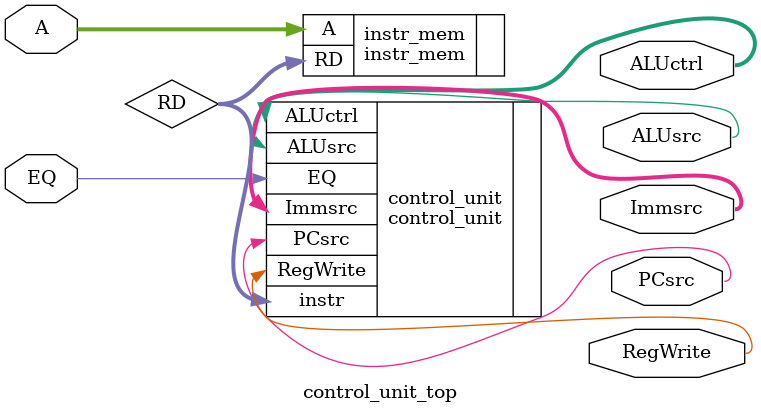
<source format=sv>
module control_unit_top #(
	parameter INSTR_LEN = 32,
	parameter ADDR_LEN = 8
)(
	input logic [ADDR_LEN-1:0] A,
	input logic EQ,
	output logic RegWrite,
	output logic [2:0] ALUctrl,
	output logic ALUsrc,
	output logic [1:0] Immsrc,
	output logic PCsrc
);

logic [INSTR_LEN-1:0] RD;

instr_mem instr_mem(
	.A(A),
	.RD(RD)
);

control_unit control_unit(
	.instr(RD),
	.EQ(EQ),
	.RegWrite(RegWrite),
	.ALUctrl(ALUctrl),
	.ALUsrc(ALUsrc),
	.Immsrc(Immsrc),
	.PCsrc(PCsrc)
);

endmodule

</source>
